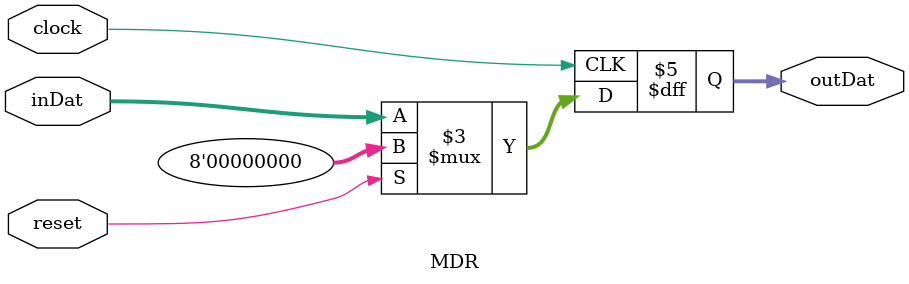
<source format=v>
module SRAM(data, addr, weBar, oeBar);
	inout [7:0] data;
	input [7:0] addr;
	input weBar;
	input oeBar;

	reg [7:0] state [255:0];

	assign data[7:0] = oeBar ? 'bz : state[addr[7:0]][7:0];

	always @(*) begin
		if (!weBar & oeBar) begin
			state[addr[7:0]][7:0] = data[7:0];
		end
	end
endmodule


module MAR(outAdd, inAdd, reset, clock);
	output reg [7:0] outAdd;
	input [7:0] inAdd;
	input reset, clock;
	
	always @(posedge clock)
	if (reset)
		outAdd <= 7'b0;
	else
		outAdd <= inAdd;

endmodule

module MDR(outDat, inDat, reset, clock);
	output reg [7:0] outDat;
	input [7:0] inDat;
	input reset, clock;
	
	always @(posedge clock)
	if (reset)
		outDat <= 7'b0;
	else
		outDat <= inDat;
endmodule
</source>
